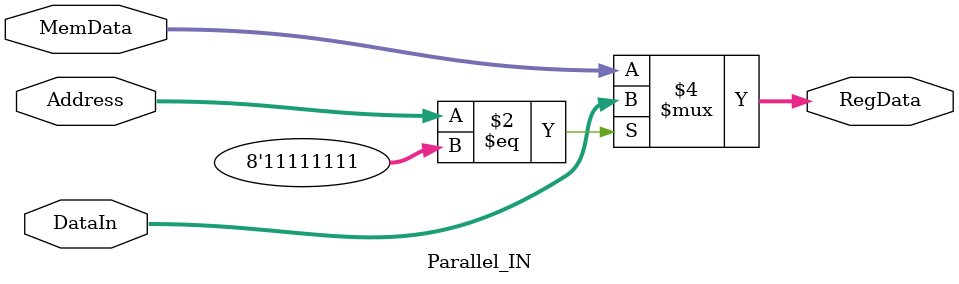
<source format=v>
module Parallel_IN(input [7:0]MemData, Address, DataIn,
							output reg [7:0]RegData);
always@*	begin
 if (Address == 8'hFF)
	RegData = DataIn;
	else
	RegData = MemData;
end 
endmodule

</source>
